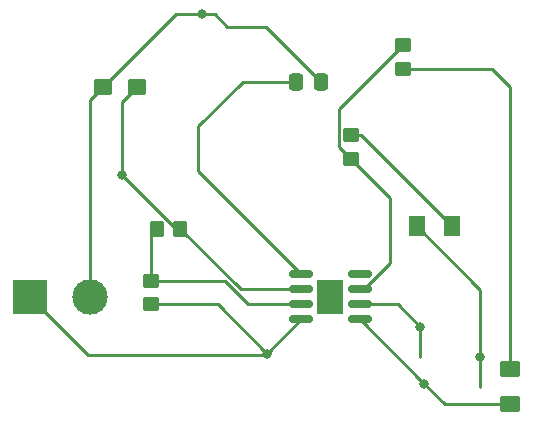
<source format=gbr>
%TF.GenerationSoftware,KiCad,Pcbnew,(6.0.10-0)*%
%TF.CreationDate,2023-02-17T12:04:27-08:00*%
%TF.ProjectId,lab6,6c616236-2e6b-4696-9361-645f70636258,rev?*%
%TF.SameCoordinates,Original*%
%TF.FileFunction,Copper,L1,Top*%
%TF.FilePolarity,Positive*%
%FSLAX46Y46*%
G04 Gerber Fmt 4.6, Leading zero omitted, Abs format (unit mm)*
G04 Created by KiCad (PCBNEW (6.0.10-0)) date 2023-02-17 12:04:27*
%MOMM*%
%LPD*%
G01*
G04 APERTURE LIST*
G04 Aperture macros list*
%AMRoundRect*
0 Rectangle with rounded corners*
0 $1 Rounding radius*
0 $2 $3 $4 $5 $6 $7 $8 $9 X,Y pos of 4 corners*
0 Add a 4 corners polygon primitive as box body*
4,1,4,$2,$3,$4,$5,$6,$7,$8,$9,$2,$3,0*
0 Add four circle primitives for the rounded corners*
1,1,$1+$1,$2,$3*
1,1,$1+$1,$4,$5*
1,1,$1+$1,$6,$7*
1,1,$1+$1,$8,$9*
0 Add four rect primitives between the rounded corners*
20,1,$1+$1,$2,$3,$4,$5,0*
20,1,$1+$1,$4,$5,$6,$7,0*
20,1,$1+$1,$6,$7,$8,$9,0*
20,1,$1+$1,$8,$9,$2,$3,0*%
G04 Aperture macros list end*
%TA.AperFunction,SMDPad,CuDef*%
%ADD10RoundRect,0.150000X0.825000X0.150000X-0.825000X0.150000X-0.825000X-0.150000X0.825000X-0.150000X0*%
%TD*%
%TA.AperFunction,SMDPad,CuDef*%
%ADD11R,2.290000X3.000000*%
%TD*%
%TA.AperFunction,SMDPad,CuDef*%
%ADD12RoundRect,0.250000X-0.350000X-0.450000X0.350000X-0.450000X0.350000X0.450000X-0.350000X0.450000X0*%
%TD*%
%TA.AperFunction,SMDPad,CuDef*%
%ADD13RoundRect,0.250001X0.462499X0.624999X-0.462499X0.624999X-0.462499X-0.624999X0.462499X-0.624999X0*%
%TD*%
%TA.AperFunction,ComponentPad*%
%ADD14R,3.000000X3.000000*%
%TD*%
%TA.AperFunction,ComponentPad*%
%ADD15C,3.000000*%
%TD*%
%TA.AperFunction,SMDPad,CuDef*%
%ADD16RoundRect,0.250000X0.537500X0.425000X-0.537500X0.425000X-0.537500X-0.425000X0.537500X-0.425000X0*%
%TD*%
%TA.AperFunction,SMDPad,CuDef*%
%ADD17RoundRect,0.250000X-0.337500X-0.475000X0.337500X-0.475000X0.337500X0.475000X-0.337500X0.475000X0*%
%TD*%
%TA.AperFunction,SMDPad,CuDef*%
%ADD18RoundRect,0.250000X0.450000X-0.350000X0.450000X0.350000X-0.450000X0.350000X-0.450000X-0.350000X0*%
%TD*%
%TA.AperFunction,SMDPad,CuDef*%
%ADD19RoundRect,0.250000X-0.450000X0.350000X-0.450000X-0.350000X0.450000X-0.350000X0.450000X0.350000X0*%
%TD*%
%TA.AperFunction,SMDPad,CuDef*%
%ADD20RoundRect,0.250001X0.624999X-0.462499X0.624999X0.462499X-0.624999X0.462499X-0.624999X-0.462499X0*%
%TD*%
%TA.AperFunction,ViaPad*%
%ADD21C,0.800000*%
%TD*%
%TA.AperFunction,Conductor*%
%ADD22C,0.250000*%
%TD*%
G04 APERTURE END LIST*
D10*
%TO.P,U1,1,GND*%
%TO.N,GND*%
X170115000Y-80645000D03*
%TO.P,U1,2,TR*%
%TO.N,/pin_2*%
X170115000Y-79375000D03*
%TO.P,U1,3,Q*%
%TO.N,/pin_3*%
X170115000Y-78105000D03*
%TO.P,U1,4,R*%
%TO.N,/+9V *%
X170115000Y-76835000D03*
%TO.P,U1,5,CV*%
%TO.N,Net-(C2-Pad1)*%
X165165000Y-76835000D03*
%TO.P,U1,6,THR*%
%TO.N,/pin_2*%
X165165000Y-78105000D03*
%TO.P,U1,7,DIS*%
%TO.N,/pin_7*%
X165165000Y-79375000D03*
%TO.P,U1,8,VCC*%
%TO.N,+9V*%
X165165000Y-80645000D03*
D11*
%TO.P,U1,9*%
%TO.N,N/C*%
X167640000Y-78740000D03*
%TD*%
D12*
%TO.P,R2,1*%
%TO.N,/pin_7*%
X152940000Y-72995000D03*
%TO.P,R2,2*%
%TO.N,/pin_2*%
X154940000Y-72995000D03*
%TD*%
D13*
%TO.P,D1,1,K*%
%TO.N,Net-(D1-Pad1)*%
X177915000Y-72740000D03*
%TO.P,D1,2,A*%
%TO.N,+9V*%
X174940000Y-72740000D03*
%TD*%
D14*
%TO.P,J1,1,Pin_1*%
%TO.N,+9V*%
X142240000Y-78740000D03*
D15*
%TO.P,J1,2,Pin_2*%
%TO.N,GND*%
X147320000Y-78740000D03*
%TD*%
D16*
%TO.P,C1,1*%
%TO.N,/pin_2*%
X151297500Y-60960000D03*
%TO.P,C1,2*%
%TO.N,GND*%
X148422500Y-60960000D03*
%TD*%
D17*
%TO.P,C2,1*%
%TO.N,Net-(C2-Pad1)*%
X164725004Y-60515000D03*
%TO.P,C2,2*%
%TO.N,GND*%
X166800004Y-60515000D03*
%TD*%
D18*
%TO.P,R1,1*%
%TO.N,+9V*%
X152412936Y-79370872D03*
%TO.P,R1,2*%
%TO.N,/pin_7*%
X152412936Y-77370872D03*
%TD*%
D19*
%TO.P,R3,1*%
%TO.N,Net-(D1-Pad1)*%
X169375000Y-65040000D03*
%TO.P,R3,2*%
%TO.N,/pin_3*%
X169375000Y-67040000D03*
%TD*%
D20*
%TO.P,D2,1,K*%
%TO.N,GND*%
X182880000Y-87847500D03*
%TO.P,D2,2,A*%
%TO.N,Net-(D2-Pad2)*%
X182880000Y-84872500D03*
%TD*%
D19*
%TO.P,R4,1*%
%TO.N,/pin_3*%
X173780000Y-57420000D03*
%TO.P,R4,2*%
%TO.N,Net-(D2-Pad2)*%
X173780000Y-59420000D03*
%TD*%
D21*
%TO.N,/pin_2*%
X149999087Y-68440913D03*
X175260000Y-81280000D03*
%TO.N,GND*%
X156802504Y-54810000D03*
X175545000Y-86075000D03*
%TO.N,+9V*%
X180340000Y-83820000D03*
X162275000Y-83535000D03*
%TD*%
D22*
%TO.N,/pin_2*%
X160050000Y-78105000D02*
X154940000Y-72995000D01*
X149999087Y-62258413D02*
X149999087Y-68440913D01*
X154553173Y-72995000D02*
X154940000Y-72995000D01*
X175260000Y-81280000D02*
X175260000Y-83820000D01*
X173355000Y-79375000D02*
X175260000Y-81280000D01*
X170115000Y-79375000D02*
X173355000Y-79375000D01*
X165165000Y-78105000D02*
X160050000Y-78105000D01*
X149999087Y-68440913D02*
X154553173Y-72995000D01*
X151297500Y-60960000D02*
X149999087Y-62258413D01*
%TO.N,GND*%
X156802504Y-54810000D02*
X157840004Y-54810000D01*
X154572500Y-54810000D02*
X156802504Y-54810000D01*
X157840004Y-54810000D02*
X158910004Y-55880000D01*
X162165004Y-55880000D02*
X166800004Y-60515000D01*
X175545000Y-86075000D02*
X170115000Y-80645000D01*
X182880000Y-87847500D02*
X177317500Y-87847500D01*
X147320000Y-62062500D02*
X148422500Y-60960000D01*
X177317500Y-87847500D02*
X175545000Y-86075000D01*
X158910004Y-55880000D02*
X162165004Y-55880000D01*
X148422500Y-60960000D02*
X154572500Y-54810000D01*
X147320000Y-78740000D02*
X147320000Y-62062500D01*
%TO.N,Net-(C2-Pad1)*%
X156442500Y-64292504D02*
X156442500Y-68112500D01*
X156442500Y-68112500D02*
X165165000Y-76835000D01*
X164725004Y-60515000D02*
X160220004Y-60515000D01*
X160220004Y-60515000D02*
X156442500Y-64292504D01*
%TO.N,Net-(D1-Pad1)*%
X169375000Y-65040000D02*
X170215000Y-65040000D01*
X170215000Y-65040000D02*
X177915000Y-72740000D01*
%TO.N,+9V*%
X162185000Y-83625000D02*
X162275000Y-83535000D01*
X158110872Y-79370872D02*
X162275000Y-83535000D01*
X174940000Y-72740000D02*
X180340000Y-78140000D01*
X180340000Y-83820000D02*
X180340000Y-86360000D01*
X152412936Y-79370872D02*
X158110872Y-79370872D01*
X147125000Y-83625000D02*
X162185000Y-83625000D01*
X165165000Y-80645000D02*
X162275000Y-83535000D01*
X142240000Y-78740000D02*
X147125000Y-83625000D01*
X180340000Y-78140000D02*
X180340000Y-83820000D01*
%TO.N,Net-(D2-Pad2)*%
X182880000Y-60960000D02*
X182880000Y-84872500D01*
X181340000Y-59420000D02*
X182880000Y-60960000D01*
X173780000Y-59420000D02*
X181340000Y-59420000D01*
%TO.N,/pin_7*%
X158679476Y-77370872D02*
X160683604Y-79375000D01*
X152412936Y-73522064D02*
X152412936Y-77370872D01*
X152940000Y-72995000D02*
X152412936Y-73522064D01*
X152412936Y-77370872D02*
X158679476Y-77370872D01*
X160683604Y-79375000D02*
X165165000Y-79375000D01*
%TO.N,/pin_3*%
X173780000Y-57420000D02*
X168350000Y-62850000D01*
X172720000Y-75876751D02*
X172720000Y-70385000D01*
X172720000Y-70385000D02*
X169375000Y-67040000D01*
X168350000Y-62850000D02*
X168350000Y-66015000D01*
X170491751Y-78105000D02*
X172720000Y-75876751D01*
X168350000Y-66015000D02*
X169375000Y-67040000D01*
X170115000Y-78105000D02*
X170491751Y-78105000D01*
%TD*%
M02*

</source>
